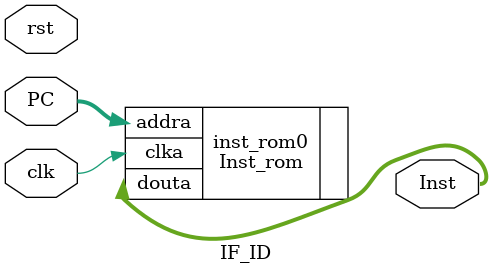
<source format=v>
`timescale 1ns / 1ps
module IF_ID(
	input clk,
	input rst,
	input [5:0] PC,
	
	output [31:0] Inst
    );

Inst_rom inst_rom0 (
  .clka(clk), // input clka
  .addra(PC), // input [5 : 0] addra
  .douta(Inst) // output [31 : 0] douta
);

endmodule

</source>
